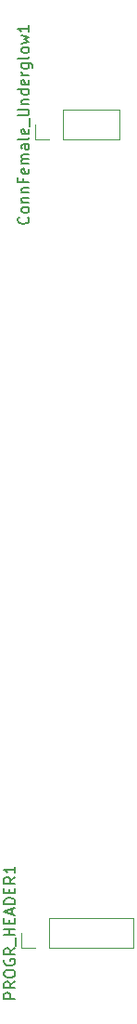
<source format=gbr>
G04 #@! TF.GenerationSoftware,KiCad,Pcbnew,(5.1.2)-2*
G04 #@! TF.CreationDate,2020-01-16T13:47:14+08:00*
G04 #@! TF.ProjectId,wingxx-receiver-v3,77696e67-7878-42d7-9265-636569766572,rev?*
G04 #@! TF.SameCoordinates,Original*
G04 #@! TF.FileFunction,Legend,Top*
G04 #@! TF.FilePolarity,Positive*
%FSLAX46Y46*%
G04 Gerber Fmt 4.6, Leading zero omitted, Abs format (unit mm)*
G04 Created by KiCad (PCBNEW (5.1.2)-2) date 2020-01-16 13:47:14*
%MOMM*%
%LPD*%
G04 APERTURE LIST*
%ADD10C,0.120000*%
%ADD11C,0.150000*%
G04 APERTURE END LIST*
D10*
X139640000Y-64830000D02*
X139640000Y-63500000D01*
X140970000Y-64830000D02*
X139640000Y-64830000D01*
X142240000Y-64830000D02*
X142240000Y-62170000D01*
X142240000Y-62170000D02*
X147380000Y-62170000D01*
X142240000Y-64830000D02*
X147380000Y-64830000D01*
X147380000Y-64830000D02*
X147380000Y-62170000D01*
X138370000Y-138490000D02*
X138370000Y-137160000D01*
X139700000Y-138490000D02*
X138370000Y-138490000D01*
X140970000Y-138490000D02*
X140970000Y-135830000D01*
X140970000Y-135830000D02*
X148650000Y-135830000D01*
X140970000Y-138490000D02*
X148650000Y-138490000D01*
X148650000Y-138490000D02*
X148650000Y-135830000D01*
D11*
X138997142Y-71928571D02*
X139044761Y-71976190D01*
X139092380Y-72119047D01*
X139092380Y-72214285D01*
X139044761Y-72357142D01*
X138949523Y-72452380D01*
X138854285Y-72500000D01*
X138663809Y-72547619D01*
X138520952Y-72547619D01*
X138330476Y-72500000D01*
X138235238Y-72452380D01*
X138140000Y-72357142D01*
X138092380Y-72214285D01*
X138092380Y-72119047D01*
X138140000Y-71976190D01*
X138187619Y-71928571D01*
X139092380Y-71357142D02*
X139044761Y-71452380D01*
X138997142Y-71500000D01*
X138901904Y-71547619D01*
X138616190Y-71547619D01*
X138520952Y-71500000D01*
X138473333Y-71452380D01*
X138425714Y-71357142D01*
X138425714Y-71214285D01*
X138473333Y-71119047D01*
X138520952Y-71071428D01*
X138616190Y-71023809D01*
X138901904Y-71023809D01*
X138997142Y-71071428D01*
X139044761Y-71119047D01*
X139092380Y-71214285D01*
X139092380Y-71357142D01*
X138425714Y-70595238D02*
X139092380Y-70595238D01*
X138520952Y-70595238D02*
X138473333Y-70547619D01*
X138425714Y-70452380D01*
X138425714Y-70309523D01*
X138473333Y-70214285D01*
X138568571Y-70166666D01*
X139092380Y-70166666D01*
X138425714Y-69690476D02*
X139092380Y-69690476D01*
X138520952Y-69690476D02*
X138473333Y-69642857D01*
X138425714Y-69547619D01*
X138425714Y-69404761D01*
X138473333Y-69309523D01*
X138568571Y-69261904D01*
X139092380Y-69261904D01*
X138568571Y-68452380D02*
X138568571Y-68785714D01*
X139092380Y-68785714D02*
X138092380Y-68785714D01*
X138092380Y-68309523D01*
X139044761Y-67547619D02*
X139092380Y-67642857D01*
X139092380Y-67833333D01*
X139044761Y-67928571D01*
X138949523Y-67976190D01*
X138568571Y-67976190D01*
X138473333Y-67928571D01*
X138425714Y-67833333D01*
X138425714Y-67642857D01*
X138473333Y-67547619D01*
X138568571Y-67500000D01*
X138663809Y-67500000D01*
X138759047Y-67976190D01*
X139092380Y-67071428D02*
X138425714Y-67071428D01*
X138520952Y-67071428D02*
X138473333Y-67023809D01*
X138425714Y-66928571D01*
X138425714Y-66785714D01*
X138473333Y-66690476D01*
X138568571Y-66642857D01*
X139092380Y-66642857D01*
X138568571Y-66642857D02*
X138473333Y-66595238D01*
X138425714Y-66500000D01*
X138425714Y-66357142D01*
X138473333Y-66261904D01*
X138568571Y-66214285D01*
X139092380Y-66214285D01*
X139092380Y-65309523D02*
X138568571Y-65309523D01*
X138473333Y-65357142D01*
X138425714Y-65452380D01*
X138425714Y-65642857D01*
X138473333Y-65738095D01*
X139044761Y-65309523D02*
X139092380Y-65404761D01*
X139092380Y-65642857D01*
X139044761Y-65738095D01*
X138949523Y-65785714D01*
X138854285Y-65785714D01*
X138759047Y-65738095D01*
X138711428Y-65642857D01*
X138711428Y-65404761D01*
X138663809Y-65309523D01*
X139092380Y-64690476D02*
X139044761Y-64785714D01*
X138949523Y-64833333D01*
X138092380Y-64833333D01*
X139044761Y-63928571D02*
X139092380Y-64023809D01*
X139092380Y-64214285D01*
X139044761Y-64309523D01*
X138949523Y-64357142D01*
X138568571Y-64357142D01*
X138473333Y-64309523D01*
X138425714Y-64214285D01*
X138425714Y-64023809D01*
X138473333Y-63928571D01*
X138568571Y-63880952D01*
X138663809Y-63880952D01*
X138759047Y-64357142D01*
X139187619Y-63690476D02*
X139187619Y-62928571D01*
X138092380Y-62690476D02*
X138901904Y-62690476D01*
X138997142Y-62642857D01*
X139044761Y-62595238D01*
X139092380Y-62500000D01*
X139092380Y-62309523D01*
X139044761Y-62214285D01*
X138997142Y-62166666D01*
X138901904Y-62119047D01*
X138092380Y-62119047D01*
X138425714Y-61642857D02*
X139092380Y-61642857D01*
X138520952Y-61642857D02*
X138473333Y-61595238D01*
X138425714Y-61500000D01*
X138425714Y-61357142D01*
X138473333Y-61261904D01*
X138568571Y-61214285D01*
X139092380Y-61214285D01*
X139092380Y-60309523D02*
X138092380Y-60309523D01*
X139044761Y-60309523D02*
X139092380Y-60404761D01*
X139092380Y-60595238D01*
X139044761Y-60690476D01*
X138997142Y-60738095D01*
X138901904Y-60785714D01*
X138616190Y-60785714D01*
X138520952Y-60738095D01*
X138473333Y-60690476D01*
X138425714Y-60595238D01*
X138425714Y-60404761D01*
X138473333Y-60309523D01*
X139044761Y-59452380D02*
X139092380Y-59547619D01*
X139092380Y-59738095D01*
X139044761Y-59833333D01*
X138949523Y-59880952D01*
X138568571Y-59880952D01*
X138473333Y-59833333D01*
X138425714Y-59738095D01*
X138425714Y-59547619D01*
X138473333Y-59452380D01*
X138568571Y-59404761D01*
X138663809Y-59404761D01*
X138759047Y-59880952D01*
X139092380Y-58976190D02*
X138425714Y-58976190D01*
X138616190Y-58976190D02*
X138520952Y-58928571D01*
X138473333Y-58880952D01*
X138425714Y-58785714D01*
X138425714Y-58690476D01*
X138425714Y-57928571D02*
X139235238Y-57928571D01*
X139330476Y-57976190D01*
X139378095Y-58023809D01*
X139425714Y-58119047D01*
X139425714Y-58261904D01*
X139378095Y-58357142D01*
X139044761Y-57928571D02*
X139092380Y-58023809D01*
X139092380Y-58214285D01*
X139044761Y-58309523D01*
X138997142Y-58357142D01*
X138901904Y-58404761D01*
X138616190Y-58404761D01*
X138520952Y-58357142D01*
X138473333Y-58309523D01*
X138425714Y-58214285D01*
X138425714Y-58023809D01*
X138473333Y-57928571D01*
X139092380Y-57309523D02*
X139044761Y-57404761D01*
X138949523Y-57452380D01*
X138092380Y-57452380D01*
X139092380Y-56785714D02*
X139044761Y-56880952D01*
X138997142Y-56928571D01*
X138901904Y-56976190D01*
X138616190Y-56976190D01*
X138520952Y-56928571D01*
X138473333Y-56880952D01*
X138425714Y-56785714D01*
X138425714Y-56642857D01*
X138473333Y-56547619D01*
X138520952Y-56500000D01*
X138616190Y-56452380D01*
X138901904Y-56452380D01*
X138997142Y-56500000D01*
X139044761Y-56547619D01*
X139092380Y-56642857D01*
X139092380Y-56785714D01*
X138425714Y-56119047D02*
X139092380Y-55928571D01*
X138616190Y-55738095D01*
X139092380Y-55547619D01*
X138425714Y-55357142D01*
X139092380Y-54452380D02*
X139092380Y-55023809D01*
X139092380Y-54738095D02*
X138092380Y-54738095D01*
X138235238Y-54833333D01*
X138330476Y-54928571D01*
X138378095Y-55023809D01*
X137822380Y-143160000D02*
X136822380Y-143160000D01*
X136822380Y-142779047D01*
X136870000Y-142683809D01*
X136917619Y-142636190D01*
X137012857Y-142588571D01*
X137155714Y-142588571D01*
X137250952Y-142636190D01*
X137298571Y-142683809D01*
X137346190Y-142779047D01*
X137346190Y-143160000D01*
X137822380Y-141588571D02*
X137346190Y-141921904D01*
X137822380Y-142160000D02*
X136822380Y-142160000D01*
X136822380Y-141779047D01*
X136870000Y-141683809D01*
X136917619Y-141636190D01*
X137012857Y-141588571D01*
X137155714Y-141588571D01*
X137250952Y-141636190D01*
X137298571Y-141683809D01*
X137346190Y-141779047D01*
X137346190Y-142160000D01*
X136822380Y-140969523D02*
X136822380Y-140779047D01*
X136870000Y-140683809D01*
X136965238Y-140588571D01*
X137155714Y-140540952D01*
X137489047Y-140540952D01*
X137679523Y-140588571D01*
X137774761Y-140683809D01*
X137822380Y-140779047D01*
X137822380Y-140969523D01*
X137774761Y-141064761D01*
X137679523Y-141160000D01*
X137489047Y-141207619D01*
X137155714Y-141207619D01*
X136965238Y-141160000D01*
X136870000Y-141064761D01*
X136822380Y-140969523D01*
X136870000Y-139588571D02*
X136822380Y-139683809D01*
X136822380Y-139826666D01*
X136870000Y-139969523D01*
X136965238Y-140064761D01*
X137060476Y-140112380D01*
X137250952Y-140160000D01*
X137393809Y-140160000D01*
X137584285Y-140112380D01*
X137679523Y-140064761D01*
X137774761Y-139969523D01*
X137822380Y-139826666D01*
X137822380Y-139731428D01*
X137774761Y-139588571D01*
X137727142Y-139540952D01*
X137393809Y-139540952D01*
X137393809Y-139731428D01*
X137822380Y-138540952D02*
X137346190Y-138874285D01*
X137822380Y-139112380D02*
X136822380Y-139112380D01*
X136822380Y-138731428D01*
X136870000Y-138636190D01*
X136917619Y-138588571D01*
X137012857Y-138540952D01*
X137155714Y-138540952D01*
X137250952Y-138588571D01*
X137298571Y-138636190D01*
X137346190Y-138731428D01*
X137346190Y-139112380D01*
X137917619Y-138350476D02*
X137917619Y-137588571D01*
X137822380Y-137350476D02*
X136822380Y-137350476D01*
X137298571Y-137350476D02*
X137298571Y-136779047D01*
X137822380Y-136779047D02*
X136822380Y-136779047D01*
X137298571Y-136302857D02*
X137298571Y-135969523D01*
X137822380Y-135826666D02*
X137822380Y-136302857D01*
X136822380Y-136302857D01*
X136822380Y-135826666D01*
X137536666Y-135445714D02*
X137536666Y-134969523D01*
X137822380Y-135540952D02*
X136822380Y-135207619D01*
X137822380Y-134874285D01*
X137822380Y-134540952D02*
X136822380Y-134540952D01*
X136822380Y-134302857D01*
X136870000Y-134160000D01*
X136965238Y-134064761D01*
X137060476Y-134017142D01*
X137250952Y-133969523D01*
X137393809Y-133969523D01*
X137584285Y-134017142D01*
X137679523Y-134064761D01*
X137774761Y-134160000D01*
X137822380Y-134302857D01*
X137822380Y-134540952D01*
X137298571Y-133540952D02*
X137298571Y-133207619D01*
X137822380Y-133064761D02*
X137822380Y-133540952D01*
X136822380Y-133540952D01*
X136822380Y-133064761D01*
X137822380Y-132064761D02*
X137346190Y-132398095D01*
X137822380Y-132636190D02*
X136822380Y-132636190D01*
X136822380Y-132255238D01*
X136870000Y-132160000D01*
X136917619Y-132112380D01*
X137012857Y-132064761D01*
X137155714Y-132064761D01*
X137250952Y-132112380D01*
X137298571Y-132160000D01*
X137346190Y-132255238D01*
X137346190Y-132636190D01*
X137822380Y-131112380D02*
X137822380Y-131683809D01*
X137822380Y-131398095D02*
X136822380Y-131398095D01*
X136965238Y-131493333D01*
X137060476Y-131588571D01*
X137108095Y-131683809D01*
M02*

</source>
